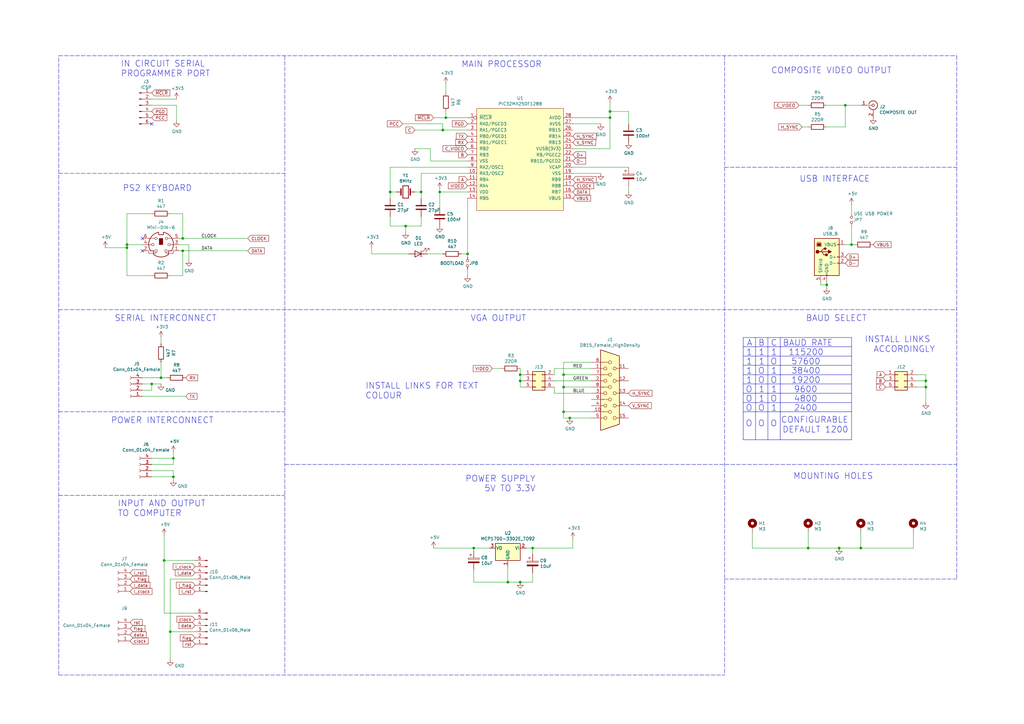
<source format=kicad_sch>
(kicad_sch (version 20211123) (generator eeschema)
  (paper "A3")
  (title_block (title "ASCII VIDEO TERMINAL") (date "2021-07-18") (rev "1.0") (company "Silicon Chip") (comment 1 "Desiged by Geoff Graham") (comment 2 "PCB by Gwyllym Suter") (comment 3 "Source code https://geoffg.net/terminal.html"))
  (lib_symbols
    (symbol "Connector:Conn_01x04_Female" (pin_names (offset 1.016) hide)
      (property "Reference" "J" (at 0 5.08 0))
      (property "Value" "Conn_01x04_Female" (at 0 -7.62 0))
      (symbol "Conn_01x04_Female_1_1"
        (pin passive line (at -5.08 2.54 0) (length 3.81) (name "Pin_1") (number "1"))
        (pin passive line (at -5.08 0 0) (length 3.81) (name "Pin_2") (number "2"))
        (pin passive line (at -5.08 -2.54 0) (length 3.81) (name "Pin_3") (number "3"))
        (pin passive line (at -5.08 -5.08 0) (length 3.81) (name "Pin_4") (number "4"))
      )
    )
    (symbol "Connector:Conn_01x06_Male" (pin_names (offset 1.016) hide)
      (property "Reference" "J" (at 0 7.62 0))
      (property "Value" "Conn_01x06_Male" (at 0 -10.16 0))
      (symbol "Conn_01x06_Male_1_1"
        (pin passive line (at 5.08 5.08 180) (length 3.81) (name "Pin_1") (number "1"))
        (pin passive line (at 5.08 2.54 180) (length 3.81) (name "Pin_2") (number "2"))
        (pin passive line (at 5.08 0 180) (length 3.81) (name "Pin_3") (number "3"))
        (pin passive line (at 5.08 -2.54 180) (length 3.81) (name "Pin_4") (number "4"))
        (pin passive line (at 5.08 -5.08 180) (length 3.81) (name "Pin_5") (number "5"))
        (pin passive line (at 5.08 -7.62 180) (length 3.81) (name "Pin_6") (number "6"))
      )
    )
    (symbol "Connector:Conn_Coaxial" (pin_names (offset 1.016) hide)
      (property "Reference" "J" (at 0.254 3.048 0))
      (property "Value" "Conn_Coaxial" (at 2.921 0 90))
      (symbol "Conn_Coaxial_1_1"
        (pin passive line (at -5.08 0 0) (length 2.54) (name "In") (number "1"))
        (pin passive line (at 0 -5.08 90) (length 2.54) (name "Ext") (number "2"))
      )
    )
    (symbol "Connector:DB15_Female_HighDensity" (pin_names (offset 1.016) hide)
      (property "Reference" "J" (at 0 21.59 0))
      (property "Value" "DB15_Female_HighDensity" (at 0 19.05 0))
      (symbol "DB15_Female_HighDensity_1_1"
        (pin passive line (at -7.62 10.16 0) (length 5.08) (name "~") (number "1"))
        (pin passive line (at -7.62 -7.62 0) (length 5.08) (name "~") (number "10"))
        (pin passive line (at 7.62 10.16 180) (length 5.08) (name "~") (number "11"))
        (pin passive line (at 7.62 5.08 180) (length 5.08) (name "~") (number "12"))
        (pin passive line (at 7.62 0 180) (length 5.08) (name "~") (number "13"))
        (pin passive line (at 7.62 -5.08 180) (length 5.08) (name "~") (number "14"))
        (pin passive line (at 7.62 -10.16 180) (length 5.08) (name "~") (number "15"))
        (pin passive line (at -7.62 5.08 0) (length 5.08) (name "~") (number "2"))
        (pin passive line (at -7.62 0 0) (length 5.08) (name "~") (number "3"))
        (pin passive line (at -7.62 -5.08 0) (length 5.08) (name "~") (number "4"))
        (pin passive line (at -7.62 -10.16 0) (length 5.08) (name "~") (number "5"))
        (pin passive line (at -7.62 12.7 0) (length 5.08) (name "~") (number "6"))
        (pin passive line (at -7.62 7.62 0) (length 5.08) (name "~") (number "7"))
        (pin passive line (at -7.62 2.54 0) (length 5.08) (name "~") (number "8"))
        (pin passive line (at -7.62 -2.54 0) (length 5.08) (name "~") (number "9"))
      )
    )
    (symbol "Connector:Mini-DIN-6" (pin_names (offset 1.016))
      (property "Reference" "J" (at 0 6.35 0))
      (property "Value" "Mini-DIN-6" (at 0 -6.35 0))
      (symbol "Mini-DIN-6_1_1"
        (pin passive line (at 7.62 -2.54 180) (length 2.54) (name "~") (number "1"))
        (pin passive line (at -7.62 -2.54 0) (length 2.54) (name "~") (number "2"))
        (pin passive line (at 7.62 0 180) (length 2.54) (name "~") (number "3"))
        (pin passive line (at -7.62 0 0) (length 2.54) (name "~") (number "4"))
        (pin passive line (at 7.62 2.54 180) (length 2.54) (name "~") (number "5"))
        (pin passive line (at -7.62 2.54 0) (length 2.54) (name "~") (number "6"))
      )
    )
    (symbol "Connector:USB_B" (pin_names (offset 1.016))
      (property "Reference" "J" (at -5.08 11.43 0))
      (property "Value" "USB_B" (at -5.08 8.89 0))
      (symbol "USB_B_1_1"
        (pin power_out line (at 7.62 5.08 180) (length 2.54) (name "VBUS") (number "1"))
        (pin bidirectional line (at 7.62 -2.54 180) (length 2.54) (name "D-") (number "2"))
        (pin bidirectional line (at 7.62 0 180) (length 2.54) (name "D+") (number "3"))
        (pin power_out line (at 0 -10.16 90) (length 2.54) (name "GND") (number "4"))
        (pin passive line (at -2.54 -10.16 90) (length 2.54) (name "Shield") (number "5"))
      )
    )
    (symbol "Connector_Generic:Conn_02x03_Odd_Even" (pin_names (offset 1.016) hide)
      (property "Reference" "J" (at 1.27 5.08 0))
      (property "Value" "Conn_02x03_Odd_Even" (at 1.27 -5.08 0))
      (symbol "Conn_02x03_Odd_Even_1_1"
        (pin passive line (at -5.08 2.54 0) (length 3.81) (name "Pin_1") (number "1"))
        (pin passive line (at 7.62 2.54 180) (length 3.81) (name "Pin_2") (number "2"))
        (pin passive line (at -5.08 0 0) (length 3.81) (name "Pin_3") (number "3"))
        (pin passive line (at 7.62 0 180) (length 3.81) (name "Pin_4") (number "4"))
        (pin passive line (at -5.08 -2.54 0) (length 3.81) (name "Pin_5") (number "5"))
        (pin passive line (at 7.62 -2.54 180) (length 3.81) (name "Pin_6") (number "6"))
      )
    )
    (symbol "Device:C" (pin_numbers hide) (pin_names (offset 0.254))
      (property "Reference" "C" (at 0.635 2.54 0))
      (property "Value" "C" (at 0.635 -2.54 0))
      (symbol "C_1_1"
        (pin passive line (at 0 3.81 270) (length 2.794) (name "~") (number "1"))
        (pin passive line (at 0 -3.81 90) (length 2.794) (name "~") (number "2"))
      )
    )
    (symbol "Device:Crystal" (pin_numbers hide) (pin_names (offset 1.016) hide)
      (property "Reference" "Y" (at 0 3.81 0))
      (property "Value" "Crystal" (at 0 -3.81 0))
      (symbol "Crystal_1_1"
        (pin passive line (at -3.81 0 0) (length 1.27) (name "1") (number "1"))
        (pin passive line (at 3.81 0 180) (length 1.27) (name "2") (number "2"))
      )
    )
    (symbol "Device:LED" (pin_numbers hide) (pin_names (offset 1.016) hide)
      (property "Reference" "D" (at 0 2.54 0))
      (property "Value" "LED" (at 0 -2.54 0))
      (symbol "LED_1_1"
        (pin passive line (at -3.81 0 0) (length 2.54) (name "K") (number "1"))
        (pin passive line (at 3.81 0 180) (length 2.54) (name "A") (number "2"))
      )
    )
    (symbol "Device:R" (pin_numbers hide) (pin_names (offset 0))
      (property "Reference" "R" (at 2.032 0 90))
      (property "Value" "R" (at 0 0 90))
      (symbol "R_1_1"
        (pin passive line (at 0 3.81 270) (length 1.27) (name "~") (number "1"))
        (pin passive line (at 0 -3.81 90) (length 1.27) (name "~") (number "2"))
      )
    )
    (symbol "Mechanical:MountingHole_Pad" (pin_numbers hide) (pin_names (offset 1.016) hide)
      (property "Reference" "H" (at 0 6.35 0))
      (property "Value" "MountingHole_Pad" (at 0 4.445 0))
      (symbol "MountingHole_Pad_1_1"
        (pin input line (at 0 -2.54 90) (length 2.54) (name "1") (number "1"))
      )
    )
    (symbol "Regulator_Linear:MCP1700-3302E_TO92" (pin_names (offset 0.254))
      (property "Reference" "U" (at -3.81 -3.175 0))
      (property "Value" "MCP1700-3302E_TO92" (at 0 -3.175 0))
      (symbol "MCP1700-3302E_TO92_1_1"
        (pin power_in line (at 0 7.62 270) (length 2.54) (name "GND") (number "1"))
        (pin power_in line (at -7.62 0 0) (length 2.54) (name "VI") (number "2"))
        (pin power_out line (at 7.62 0 180) (length 2.54) (name "VO") (number "3"))
      )
    )
    (symbol "Video-terminal--rescue:CP-Device" (pin_numbers hide) (pin_names (offset 0.254))
      (property "Reference" "C" (at 0.635 2.54 0))
      (property "Value" "CP-Device" (at 0.635 -2.54 0))
      (symbol "CP-Device_1_1"
        (pin passive line (at 0 3.81 270) (length 2.794) (name "~") (number "1"))
        (pin passive line (at 0 -3.81 90) (length 2.794) (name "~") (number "2"))
      )
    )
    (symbol "Video-terminal--rescue:Jumper_NO_Small-Device" (pin_numbers hide) (pin_names (offset 0.762) hide)
      (property "Reference" "JP" (at 0 2.032 0))
      (property "Value" "Jumper_NO_Small-Device" (at 0.254 -1.524 0))
      (symbol "Jumper_NO_Small-Device_0_1"
        (pin passive line (at -2.54 0 0) (length 1.016) (name "1") (number "1"))
        (pin passive line (at 2.54 0 180) (length 1.016) (name "2") (number "2"))
      )
    )
    (symbol "Video-terminal--rescue:PIC32MX250F128B-EDUC-8" (pin_names (offset 1.016))
      (property "Reference" "U" (at 0 0 0))
      (property "Value" "PIC32MX250F128B-EDUC-8" (at -11.43 21.59 0))
      (symbol "PIC32MX250F128B-EDUC-8_1_1"
        (pin input inverted (at -21.59 16.51 0) (length 3.81) (name "~{MCLR}") (number "1"))
        (pin input line (at -21.59 -6.35 0) (length 3.81) (name "RA3/OSC2") (number "10"))
        (pin input line (at -21.59 -8.89 0) (length 3.81) (name "RB4") (number "11"))
        (pin input line (at -21.59 -11.43 0) (length 3.81) (name "RA4") (number "12"))
        (pin input line (at -21.59 -13.97 0) (length 3.81) (name "VDD") (number "13"))
        (pin input line (at -21.59 -16.51 0) (length 3.81) (name "RB5") (number "14"))
        (pin input line (at 21.59 -16.51 180) (length 3.81) (name "VBUS") (number "15"))
        (pin input line (at 21.59 -13.97 180) (length 3.81) (name "RB7") (number "16"))
        (pin input line (at 21.59 -11.43 180) (length 3.81) (name "RB8") (number "17"))
        (pin input line (at 21.59 -8.89 180) (length 3.81) (name "RB9") (number "18"))
        (pin input line (at 21.59 -6.35 180) (length 3.81) (name "VSS") (number "19"))
        (pin input line (at -21.59 13.97 0) (length 3.81) (name "RA0/PGED3") (number "2"))
        (pin input line (at 21.59 -3.81 180) (length 3.81) (name "VCAP") (number "20"))
        (pin input line (at 21.59 -1.27 180) (length 3.81) (name "RB10/PGED2") (number "21"))
        (pin input line (at 21.59 1.27 180) (length 3.81) (name "RB/PGEC2") (number "22"))
        (pin input line (at 21.59 3.81 180) (length 3.81) (name "VUSB(3V3)") (number "23"))
        (pin input line (at 21.59 6.35 180) (length 3.81) (name "RB13") (number "24"))
        (pin input line (at 21.59 8.89 180) (length 3.81) (name "RB14") (number "25"))
        (pin input line (at 21.59 11.43 180) (length 3.81) (name "RB15") (number "26"))
        (pin input line (at 21.59 13.97 180) (length 3.81) (name "AVSS") (number "27"))
        (pin input line (at 21.59 16.51 180) (length 3.81) (name "AVDD") (number "28"))
        (pin input line (at -21.59 11.43 0) (length 3.81) (name "RA1/PGEC3") (number "3"))
        (pin input line (at -21.59 8.89 0) (length 3.81) (name "RB0/PGED1") (number "4"))
        (pin input line (at -21.59 6.35 0) (length 3.81) (name "RB1/PGEC1") (number "5"))
        (pin input line (at -21.59 3.81 0) (length 3.81) (name "RB2") (number "6"))
        (pin input line (at -21.59 1.27 0) (length 3.81) (name "RB3") (number "7"))
        (pin input line (at -21.59 -1.27 0) (length 3.81) (name "VSS") (number "8"))
        (pin input line (at -21.59 -3.81 0) (length 3.81) (name "RA2/OSC1") (number "9"))
      )
    )
    (symbol "power:+3.3V" (power) (pin_names (offset 0))
      (property "Value" "+3.3V" (at 0 3.556 0))
      (symbol "+3.3V_1_1"
        (pin power_in line (at 0 0 90) (length 0) hide (name "+3V3") (number "1"))
      )
    )
    (symbol "power:+5V" (power) (pin_names (offset 0))
      (property "Value" "+5V" (at 0 3.556 0))
      (symbol "+5V_1_1"
        (pin power_in line (at 0 0 90) (length 0) hide (name "+5V") (number "1"))
      )
    )
    (symbol "power:GND" (power) (pin_names (offset 0))
      (property "Value" "GND" (at 0 -3.81 0))
      (symbol "GND_1_1"
        (pin power_in line (at 0 0 270) (length 0) hide (name "GND") (number "1"))
      )
    )
  )
  (junction (at 250.19 48.26))
  (junction (at 191.77 104.14))
  (junction (at 233.68 171.45))
  (junction (at 250.19 45.72))
  (junction (at 181.61 53.34))
  (junction (at 339.09 116.84))
  (junction (at 71.12 195.58))
  (junction (at 231.14 158.75))
  (junction (at 182.88 48.26))
  (junction (at 67.31 229.87))
  (junction (at 346.71 43.18))
  (junction (at 160.02 78.74))
  (junction (at 52.07 101.6))
  (junction (at 62.23 157.48))
  (junction (at 180.34 78.74))
  (junction (at 74.93 97.79))
  (junction (at 166.37 92.71))
  (junction (at 74.93 102.87))
  (junction (at 379.73 158.75))
  (junction (at 52.07 100.33))
  (junction (at 231.14 168.91))
  (junction (at 213.36 153.67))
  (junction (at 379.73 156.21))
  (junction (at 66.04 154.94))
  (junction (at 218.44 224.79))
  (junction (at 231.14 153.67))
  (junction (at 331.47 224.79))
  (junction (at 172.72 78.74))
  (junction (at 213.36 156.21))
  (junction (at 71.12 187.96))
  (junction (at 344.17 224.79))
  (junction (at 353.06 224.79))
  (junction (at 194.31 224.79))
  (junction (at 349.25 100.33))
  (junction (at 213.36 238.76))
  (junction (at 69.85 259.08))
  (junction (at 208.28 238.76))
  (no_connect (at 62.23 50.8))
  (no_connect (at 58.42 102.87))
  (no_connect (at 58.42 97.79))
  (wire (pts (xy 182.88 45.72) (xy 182.88 48.26)))
  (wire (pts (xy 62.23 160.02) (xy 58.42 160.02)))
  (polyline (pts (xy 304.8 146.05) (xy 349.25 146.05)) (stroke (width 0) (type solid)))
  (wire (pts (xy 191.77 71.12) (xy 172.72 71.12)))
  (wire (pts (xy 62.23 195.58) (xy 71.12 195.58)))
  (wire (pts (xy 62.23 193.04) (xy 71.12 193.04)))
  (wire (pts (xy 246.38 71.12) (xy 234.95 71.12)))
  (polyline (pts (xy 392.43 237.49) (xy 297.18 237.49)))
  (wire (pts (xy 52.07 101.6) (xy 52.07 100.33)))
  (wire (pts (xy 328.93 52.07) (xy 331.47 52.07)))
  (polyline (pts (xy 304.8 138.43) (xy 304.8 180.34)) (stroke (width 0) (type solid)))
  (wire (pts (xy 180.34 78.74) (xy 180.34 85.09)))
  (polyline (pts (xy 304.8 165.1) (xy 349.25 165.1)) (stroke (width 0) (type solid)))
  (wire (pts (xy 166.37 95.25) (xy 166.37 92.71)))
  (wire (pts (xy 67.31 251.46) (xy 80.01 251.46)))
  (polyline (pts (xy 304.8 168.91) (xy 349.25 168.91)) (stroke (width 0) (type solid)))
  (wire (pts (xy 160.02 68.58) (xy 160.02 78.74)))
  (wire (pts (xy 227.33 161.29) (xy 242.57 161.29)))
  (wire (pts (xy 66.04 138.43) (xy 66.04 140.97)))
  (wire (pts (xy 181.61 50.8) (xy 181.61 53.34)))
  (wire (pts (xy 191.77 68.58) (xy 160.02 68.58)))
  (wire (pts (xy 80.01 237.49) (xy 69.85 237.49)))
  (wire (pts (xy 76.2 162.56) (xy 58.42 162.56)))
  (wire (pts (xy 191.77 81.28) (xy 191.77 104.14)))
  (wire (pts (xy 227.33 151.13) (xy 242.57 151.13)))
  (wire (pts (xy 375.92 158.75) (xy 379.73 158.75)))
  (polyline (pts (xy 297.18 68.58) (xy 392.43 68.58)))
  (polyline (pts (xy 304.8 149.86) (xy 349.25 149.86)) (stroke (width 0) (type solid)))
  (wire (pts (xy 172.72 78.74) (xy 172.72 81.28)))
  (wire (pts (xy 66.04 148.59) (xy 66.04 154.94)))
  (wire (pts (xy 201.93 151.13) (xy 205.74 151.13)))
  (wire (pts (xy 375.92 153.67) (xy 379.73 153.67)))
  (wire (pts (xy 69.85 87.63) (xy 74.93 87.63)))
  (wire (pts (xy 327.66 43.18) (xy 331.47 43.18)))
  (polyline (pts (xy 116.84 190.5) (xy 392.43 190.5)))
  (wire (pts (xy 213.36 158.75) (xy 214.63 158.75)))
  (polyline (pts (xy 24.13 276.86) (xy 24.13 22.86)))
  (wire (pts (xy 69.85 259.08) (xy 69.85 270.51)))
  (wire (pts (xy 231.14 148.59) (xy 242.57 148.59)))
  (wire (pts (xy 74.93 102.87) (xy 73.66 102.87)))
  (polyline (pts (xy 24.13 127) (xy 392.43 127)))
  (wire (pts (xy 67.31 229.87) (xy 67.31 251.46)))
  (wire (pts (xy 375.92 156.21) (xy 379.73 156.21)))
  (wire (pts (xy 191.77 110.49) (xy 191.77 113.03)))
  (wire (pts (xy 62.23 113.03) (xy 52.07 113.03)))
  (wire (pts (xy 52.07 101.6) (xy 43.18 101.6)))
  (wire (pts (xy 74.93 97.79) (xy 101.6 97.79)))
  (wire (pts (xy 165.1 50.8) (xy 181.61 50.8)))
  (wire (pts (xy 74.93 87.63) (xy 74.93 97.79)))
  (wire (pts (xy 69.85 259.08) (xy 80.01 259.08)))
  (wire (pts (xy 234.95 68.58) (xy 257.81 68.58)))
  (wire (pts (xy 62.23 87.63) (xy 52.07 87.63)))
  (wire (pts (xy 250.19 60.96) (xy 234.95 60.96)))
  (polyline (pts (xy 309.88 138.43) (xy 309.88 180.34)) (stroke (width 0) (type solid)))
  (wire (pts (xy 208.28 232.41) (xy 208.28 238.76)))
  (wire (pts (xy 213.36 156.21) (xy 213.36 158.75)))
  (wire (pts (xy 77.47 100.33) (xy 77.47 106.68)))
  (wire (pts (xy 71.12 195.58) (xy 71.12 196.85)))
  (wire (pts (xy 331.47 218.44) (xy 331.47 224.79)))
  (wire (pts (xy 227.33 156.21) (xy 242.57 156.21)))
  (wire (pts (xy 346.71 43.18) (xy 353.06 43.18)))
  (wire (pts (xy 58.42 157.48) (xy 62.23 157.48)))
  (wire (pts (xy 308.61 224.79) (xy 331.47 224.79)))
  (polyline (pts (xy 392.43 22.86) (xy 392.43 237.49)))
  (wire (pts (xy 191.77 78.74) (xy 180.34 78.74)))
  (wire (pts (xy 160.02 78.74) (xy 162.56 78.74)))
  (wire (pts (xy 176.53 66.04) (xy 176.53 60.96)))
  (wire (pts (xy 73.66 100.33) (xy 77.47 100.33)))
  (wire (pts (xy 66.04 154.94) (xy 68.58 154.94)))
  (wire (pts (xy 191.77 66.04) (xy 176.53 66.04)))
  (wire (pts (xy 242.57 158.75) (xy 231.14 158.75)))
  (wire (pts (xy 62.23 157.48) (xy 66.04 157.48)))
  (wire (pts (xy 71.12 190.5) (xy 71.12 187.96)))
  (wire (pts (xy 67.31 229.87) (xy 80.01 229.87)))
  (wire (pts (xy 250.19 45.72) (xy 257.81 45.72)))
  (wire (pts (xy 250.19 45.72) (xy 250.19 48.26)))
  (wire (pts (xy 246.38 50.8) (xy 234.95 50.8)))
  (wire (pts (xy 344.17 224.79) (xy 353.06 224.79)))
  (wire (pts (xy 194.31 226.06) (xy 194.31 224.79)))
  (wire (pts (xy 257.81 45.72) (xy 257.81 50.8)))
  (wire (pts (xy 176.53 60.96) (xy 170.18 60.96)))
  (wire (pts (xy 74.93 97.79) (xy 73.66 97.79)))
  (polyline (pts (xy 24.13 203.2) (xy 116.84 203.2)))
  (wire (pts (xy 194.31 233.68) (xy 194.31 238.76)))
  (wire (pts (xy 182.88 34.29) (xy 182.88 38.1)))
  (polyline (pts (xy 349.25 138.43) (xy 349.25 180.34)) (stroke (width 0) (type solid)))
  (wire (pts (xy 160.02 78.74) (xy 160.02 81.28)))
  (wire (pts (xy 349.25 100.33) (xy 350.52 100.33)))
  (wire (pts (xy 62.23 40.64) (xy 72.39 40.64)))
  (wire (pts (xy 234.95 220.98) (xy 234.95 224.79)))
  (wire (pts (xy 172.72 78.74) (xy 170.18 78.74)))
  (wire (pts (xy 170.18 53.34) (xy 181.61 53.34)))
  (wire (pts (xy 177.8 224.79) (xy 194.31 224.79)))
  (wire (pts (xy 242.57 153.67) (xy 231.14 153.67)))
  (wire (pts (xy 336.55 115.57) (xy 336.55 116.84)))
  (polyline (pts (xy 320.04 138.43) (xy 320.04 180.34)) (stroke (width 0) (type solid)))
  (wire (pts (xy 250.19 41.91) (xy 250.19 45.72)))
  (polyline (pts (xy 304.8 157.48) (xy 349.25 157.48)) (stroke (width 0) (type solid)))
  (wire (pts (xy 181.61 53.34) (xy 191.77 53.34)))
  (wire (pts (xy 62.23 43.18) (xy 72.39 43.18)))
  (wire (pts (xy 67.31 219.456) (xy 67.31 229.87)))
  (wire (pts (xy 257.81 76.2) (xy 257.81 78.74)))
  (wire (pts (xy 189.23 104.14) (xy 191.77 104.14)))
  (wire (pts (xy 69.85 237.49) (xy 69.85 259.08)))
  (wire (pts (xy 214.63 153.67) (xy 213.36 153.67)))
  (wire (pts (xy 160.02 88.9) (xy 160.02 92.71)))
  (wire (pts (xy 62.23 157.48) (xy 62.23 160.02)))
  (wire (pts (xy 331.47 224.79) (xy 344.17 224.79)))
  (wire (pts (xy 191.77 104.14) (xy 191.77 105.41)))
  (wire (pts (xy 72.39 43.18) (xy 72.39 49.53)))
  (polyline (pts (xy 304.8 153.67) (xy 349.25 153.67)) (stroke (width 0) (type solid)))
  (wire (pts (xy 231.14 168.91) (xy 231.14 158.75)))
  (wire (pts (xy 349.25 92.71) (xy 349.25 100.33)))
  (wire (pts (xy 181.61 104.14) (xy 175.26 104.14)))
  (wire (pts (xy 172.72 71.12) (xy 172.72 78.74)))
  (wire (pts (xy 74.93 102.87) (xy 101.6 102.87)))
  (wire (pts (xy 180.34 78.74) (xy 180.34 77.47)))
  (wire (pts (xy 374.65 224.79) (xy 374.65 218.44)))
  (wire (pts (xy 242.57 171.45) (xy 233.68 171.45)))
  (wire (pts (xy 208.28 238.76) (xy 213.36 238.76)))
  (wire (pts (xy 166.37 92.71) (xy 172.72 92.71)))
  (wire (pts (xy 194.31 238.76) (xy 208.28 238.76)))
  (wire (pts (xy 218.44 234.95) (xy 218.44 238.76)))
  (wire (pts (xy 218.44 224.79) (xy 215.9 224.79)))
  (wire (pts (xy 346.71 100.33) (xy 349.25 100.33)))
  (wire (pts (xy 339.09 52.07) (xy 346.71 52.07)))
  (wire (pts (xy 339.09 115.57) (xy 339.09 116.84)))
  (wire (pts (xy 379.73 156.21) (xy 379.73 158.75)))
  (wire (pts (xy 213.36 151.13) (xy 213.36 153.67)))
  (wire (pts (xy 152.4 101.6) (xy 152.4 104.14)))
  (wire (pts (xy 71.12 187.96) (xy 71.12 185.42)))
  (wire (pts (xy 182.88 48.26) (xy 177.8 48.26)))
  (wire (pts (xy 62.23 187.96) (xy 71.12 187.96)))
  (wire (pts (xy 218.44 224.79) (xy 234.95 224.79)))
  (wire (pts (xy 152.4 104.14) (xy 167.64 104.14)))
  (polyline (pts (xy 24.13 276.86) (xy 297.18 276.86)))
  (wire (pts (xy 227.33 151.13) (xy 227.33 153.67)))
  (polyline (pts (xy 304.8 161.29) (xy 349.25 161.29)) (stroke (width 0) (type solid)))
  (wire (pts (xy 353.06 218.44) (xy 353.06 224.79)))
  (wire (pts (xy 218.44 227.33) (xy 218.44 224.79)))
  (wire (pts (xy 172.72 92.71) (xy 172.72 88.9)))
  (wire (pts (xy 227.33 161.29) (xy 227.33 158.75)))
  (wire (pts (xy 66.04 154.94) (xy 58.42 154.94)))
  (polyline (pts (xy 24.13 71.12) (xy 116.84 71.12)))
  (wire (pts (xy 52.07 113.03) (xy 52.07 101.6)))
  (wire (pts (xy 214.63 156.21) (xy 213.36 156.21)))
  (wire (pts (xy 231.14 153.67) (xy 231.14 148.59)))
  (wire (pts (xy 379.73 153.67) (xy 379.73 156.21)))
  (wire (pts (xy 52.07 87.63) (xy 52.07 100.33)))
  (wire (pts (xy 233.68 171.45) (xy 231.14 171.45)))
  (wire (pts (xy 231.14 171.45) (xy 231.14 168.91)))
  (polyline (pts (xy 304.8 180.34) (xy 349.25 180.34)) (stroke (width 0) (type solid)))
  (wire (pts (xy 336.55 116.84) (xy 339.09 116.84)))
  (polyline (pts (xy 24.13 22.86) (xy 392.43 22.86)))
  (wire (pts (xy 242.57 168.91) (xy 231.14 168.91)))
  (polyline (pts (xy 116.84 22.86) (xy 116.84 276.86)))
  (wire (pts (xy 213.36 153.67) (xy 213.36 156.21)))
  (wire (pts (xy 71.12 193.04) (xy 71.12 195.58)))
  (polyline (pts (xy 24.13 168.91) (xy 116.84 168.91)))
  (wire (pts (xy 231.14 158.75) (xy 231.14 153.67)))
  (wire (pts (xy 379.73 158.75) (xy 379.73 165.1)))
  (wire (pts (xy 74.93 113.03) (xy 74.93 102.87)))
  (wire (pts (xy 308.61 218.44) (xy 308.61 224.79)))
  (wire (pts (xy 194.31 224.79) (xy 200.66 224.79)))
  (wire (pts (xy 339.09 43.18) (xy 346.71 43.18)))
  (wire (pts (xy 69.85 113.03) (xy 74.93 113.03)))
  (wire (pts (xy 213.36 238.76) (xy 218.44 238.76)))
  (wire (pts (xy 62.23 190.5) (xy 71.12 190.5)))
  (wire (pts (xy 349.25 87.63) (xy 349.25 83.82)))
  (wire (pts (xy 160.02 92.71) (xy 166.37 92.71)))
  (polyline (pts (xy 304.8 138.43) (xy 349.25 138.43)) (stroke (width 0) (type solid)))
  (wire (pts (xy 353.06 224.79) (xy 374.65 224.79)))
  (polyline (pts (xy 297.18 22.86) (xy 297.18 276.86)))
  (wire (pts (xy 182.88 48.26) (xy 191.77 48.26)))
  (wire (pts (xy 250.19 48.26) (xy 250.19 60.96)))
  (wire (pts (xy 339.09 116.84) (xy 339.09 118.11)))
  (wire (pts (xy 346.71 52.07) (xy 346.71 43.18)))
  (polyline (pts (xy 314.96 138.43) (xy 314.96 180.34)) (stroke (width 0) (type solid)))
  (wire (pts (xy 52.07 100.33) (xy 58.42 100.33)))
  (polyline (pts (xy 304.8 142.24) (xy 349.25 142.24)) (stroke (width 0) (type solid)))
  (wire (pts (xy 234.95 48.26) (xy 250.19 48.26)))
  (text "MAIN PROCESSOR" (at 222.25 27.94 180) (effects (font (size 2.4892 2.4892)) (justify right bottom)))
  (text "O" (at 313.69 153.67 180) (effects (font (size 2.4892 2.4892)) (justify right bottom)))
  (text "O" (at 308.61 168.91 180) (effects (font (size 2.4892 2.4892)) (justify right bottom)))
  (text "1" (at 313.69 161.29 180) (effects (font (size 2.4892 2.4892)) (justify right bottom)))
  (text "BAUD SELECT" (at 355.6 132.08 180) (effects (font (size 2.4892 2.4892)) (justify right bottom)))
  (text "O" (at 318.77 165.1 180) (effects (font (size 2.4892 2.4892)) (justify right bottom)))
  (text "O" (at 313.69 168.91 180) (effects (font (size 2.4892 2.4892)) (justify right bottom)))
  (text "O" (at 308.61 165.1 180) (effects (font (size 2.4892 2.4892)) (justify right bottom)))
  (text "38400" (at 336.55 153.67 180) (effects (font (size 2.4892 2.4892)) (justify right bottom)))
  (text "1" (at 313.69 149.86 180) (effects (font (size 2.4892 2.4892)) (justify right bottom)))
  (text "115200" (at 337.82 146.05 180) (effects (font (size 2.4892 2.4892)) (justify right bottom)))
  (text "1" (at 308.61 149.86 180) (effects (font (size 2.4892 2.4892)) (justify right bottom)))
  (text "4800" (at 335.28 165.1 180) (effects (font (size 2.4892 2.4892)) (justify right bottom)))
  (text "COMPOSITE VIDEO OUTPUT" (at 365.76 30.48 180) (effects (font (size 2.4892 2.4892)) (justify right bottom)))
  (text "INSTALL LINKS \nACCORDINGLY" (at 383.54 144.78 180) (effects (font (size 2.4892 2.4892)) (justify right bottom)))
  (text "1" (at 318.77 161.29 180) (effects (font (size 2.4892 2.4892)) (justify right bottom)))
  (text "A" (at 308.61 142.24 180) (effects (font (size 2.4892 2.4892)) (justify right bottom)))
  (text "1" (at 318.77 146.05 180) (effects (font (size 2.4892 2.4892)) (justify right bottom)))
  (text "1" (at 318.77 153.67 180) (effects (font (size 2.4892 2.4892)) (justify right bottom)))
  (text "9600" (at 335.28 161.29 180) (effects (font (size 2.4892 2.4892)) (justify right bottom)))
  (text "2400" (at 335.28 168.91 180) (effects (font (size 2.4892 2.4892)) (justify right bottom)))
  (text "B" (at 313.69 142.24 180) (effects (font (size 2.4892 2.4892)) (justify right bottom)))
  (text "IN CIRCUIT SERIAL \nPROGRAMMER PORT" (at 49.53 31.75 0) (effects (font (size 2.4892 2.4892)) (justify left bottom)))
  (text "O" (at 318.77 149.86 180) (effects (font (size 2.4892 2.4892)) (justify right bottom)))
  (text "INSTALL LINKS FOR TEXT \nCOLOUR  \n" (at 149.86 163.83 0) (effects (font (size 2.4892 2.4892)) (justify left bottom)))
  (text "O" (at 313.69 157.48 180) (effects (font (size 2.4892 2.4892)) (justify right bottom)))
  (text "O" (at 318.77 175.26 180) (effects (font (size 2.4892 2.4892)) (justify right bottom)))
  (text "POWER SUPPLY\n5V TO 3.3V" (at 219.71 201.93 180) (effects (font (size 2.4892 2.4892)) (justify right bottom)))
  (text "1" (at 308.61 153.67 180) (effects (font (size 2.4892 2.4892)) (justify right bottom)))
  (text "SERIAL INTERCONNECT" (at 88.9 132.08 180) (effects (font (size 2.4892 2.4892)) (justify right bottom)))
  (text "POWER INTERCONNECT" (at 87.63 173.99 180) (effects (font (size 2.4892 2.4892)) (justify right bottom)))
  (text "O" (at 308.61 161.29 180) (effects (font (size 2.4892 2.4892)) (justify right bottom)))
  (text "USB INTERFACE" (at 356.87 74.93 180) (effects (font (size 2.4892 2.4892)) (justify right bottom)))
  (text "1" (at 308.61 157.48 180) (effects (font (size 2.4892 2.4892)) (justify right bottom)))
  (text "19200" (at 336.55 157.48 180) (effects (font (size 2.4892 2.4892)) (justify right bottom)))
  (text "1" (at 313.69 165.1 180) (effects (font (size 2.4892 2.4892)) (justify right bottom)))
  (text "1" (at 313.69 146.05 180) (effects (font (size 2.4892 2.4892)) (justify right bottom)))
  (text "C" (at 318.77 142.24 180) (effects (font (size 2.4892 2.4892)) (justify right bottom)))
  (text "57600" (at 336.55 149.86 180) (effects (font (size 2.4892 2.4892)) (justify right bottom)))
  (text "O" (at 308.61 175.26 180) (effects (font (size 2.4892 2.4892)) (justify right bottom)))
  (text "PS2 KEYBOARD" (at 78.74 78.74 180) (effects (font (size 2.4892 2.4892)) (justify right bottom)))
  (text "INPUT AND OUTPUT\nTO COMPUTER" (at 48.26 212.09 0) (effects (font (size 2.4892 2.4892)) (justify left bottom)))
  (text "MOUNTING HOLES\n" (at 358.14 196.85 180) (effects (font (size 2.4892 2.4892)) (justify right bottom)))
  (text "O" (at 313.69 175.26 180) (effects (font (size 2.4892 2.4892)) (justify right bottom)))
  (text "CONFIGURABLE\nDEFAULT 1200" (at 347.98 177.8 180) (effects (font (size 2.4892 2.4892)) (justify right bottom)))
  (text "VGA OUTPUT" (at 215.9 132.08 180) (effects (font (size 2.4892 2.4892)) (justify right bottom)))
  (text "1" (at 318.77 168.91 180) (effects (font (size 2.4892 2.4892)) (justify right bottom)))
  (text "1" (at 308.61 146.05 180) (effects (font (size 2.4892 2.4892)) (justify right bottom)))
  (text "BAUD RATE" (at 341.63 142.24 180) (effects (font (size 2.4892 2.4892)) (justify right bottom)))
  (text "O" (at 318.77 157.48 180) (effects (font (size 2.4892 2.4892)) (justify right bottom)))
  (label "CLOCK" (at 82.55 97.79 0))
  (label "GREEN" (at 234.95 156.21 0))
  (label "RED" (at 234.95 151.13 0))
  (label "DATA" (at 82.55 102.87 0))
  (label "BLUE" (at 234.95 161.29 0))
  (global_label "RX" (shape input) (at 76.2 154.94 0) (property "Intersheet References" "${INTERSHEET_REFS}" (effects hide)))
  (global_label "I_data" (shape input) (at 53.34 240.03 0) (property "Intersheet References" "${INTERSHEET_REFS}" (effects hide)))
  (global_label "I_flag" (shape input) (at 53.34 237.49 0) (property "Intersheet References" "${INTERSHEET_REFS}" (effects hide)))
  (global_label "A" (shape input) (at 363.22 153.67 180) (property "Intersheet References" "${INTERSHEET_REFS}" (effects hide)))
  (global_label "H_SYNC" (shape input) (at 328.93 52.07 180) (property "Intersheet References" "${INTERSHEET_REFS}" (effects hide)))
  (global_label "C_VIDEO" (shape input) (at 327.66 43.18 180) (property "Intersheet References" "${INTERSHEET_REFS}" (effects hide)))
  (global_label "C_VIDEO" (shape input) (at 191.77 60.96 180) (property "Intersheet References" "${INTERSHEET_REFS}" (effects hide)))
  (global_label "DATA" (shape input) (at 101.6 102.87 0) (property "Intersheet References" "${INTERSHEET_REFS}" (effects hide)))
  (global_label "I_flag" (shape input) (at 80.01 240.03 180) (property "Intersheet References" "${INTERSHEET_REFS}" (effects hide)))
  (global_label "rst" (shape input) (at 53.34 255.27 0) (property "Intersheet References" "${INTERSHEET_REFS}" (effects hide)))
  (global_label "CLOCK" (shape input) (at 234.95 76.2 0) (property "Intersheet References" "${INTERSHEET_REFS}" (effects hide)))
  (global_label "B" (shape input) (at 191.77 63.5 180) (property "Intersheet References" "${INTERSHEET_REFS}" (effects hide)))
  (global_label "I_clock" (shape input) (at 53.34 242.57 0) (property "Intersheet References" "${INTERSHEET_REFS}" (effects hide)))
  (global_label "clock" (shape input) (at 53.34 262.89 0) (property "Intersheet References" "${INTERSHEET_REFS}" (effects hide)))
  (global_label "TX" (shape input) (at 76.2 162.56 0) (property "Intersheet References" "${INTERSHEET_REFS}" (effects hide)))
  (global_label "data" (shape input) (at 53.34 260.35 0) (property "Intersheet References" "${INTERSHEET_REFS}" (effects hide)))
  (global_label "RX" (shape input) (at 191.77 58.42 180) (property "Intersheet References" "${INTERSHEET_REFS}" (effects hide)))
  (global_label "I_rst" (shape input) (at 80.01 242.57 180) (property "Intersheet References" "${INTERSHEET_REFS}" (effects hide)))
  (global_label "TX" (shape input) (at 191.77 55.88 180) (property "Intersheet References" "${INTERSHEET_REFS}" (effects hide)))
  (global_label "A" (shape input) (at 191.77 73.66 180) (property "Intersheet References" "${INTERSHEET_REFS}" (effects hide)))
  (global_label "~{MCLR}" (shape input) (at 62.23 38.1 0) (property "Intersheet References" "${INTERSHEET_REFS}" (effects hide)))
  (global_label "D-" (shape input) (at 234.95 66.04 0) (property "Intersheet References" "${INTERSHEET_REFS}" (effects hide)))
  (global_label "I_data" (shape input) (at 80.01 234.95 180) (property "Intersheet References" "${INTERSHEET_REFS}" (effects hide)))
  (global_label "data" (shape input) (at 80.01 256.54 180) (property "Intersheet References" "${INTERSHEET_REFS}" (effects hide)))
  (global_label "B" (shape input) (at 363.22 156.21 180) (property "Intersheet References" "${INTERSHEET_REFS}" (effects hide)))
  (global_label "VIDEO" (shape input) (at 201.93 151.13 180) (property "Intersheet References" "${INTERSHEET_REFS}" (effects hide)))
  (global_label "I_clock" (shape input) (at 80.01 232.41 180) (property "Intersheet References" "${INTERSHEET_REFS}" (effects hide)))
  (global_label "CLOCK" (shape input) (at 101.6 97.79 0) (property "Intersheet References" "${INTERSHEET_REFS}" (effects hide)))
  (global_label "H_SYNC" (shape input) (at 234.95 55.88 0) (property "Intersheet References" "${INTERSHEET_REFS}" (effects hide)))
  (global_label "PGD" (shape input) (at 191.77 50.8 180) (property "Intersheet References" "${INTERSHEET_REFS}" (effects hide)))
  (global_label "flag" (shape input) (at 80.01 261.62 180) (property "Intersheet References" "${INTERSHEET_REFS}" (effects hide)))
  (global_label "I_rst" (shape input) (at 53.34 234.95 0) (property "Intersheet References" "${INTERSHEET_REFS}" (effects hide)))
  (global_label "V_SYNC" (shape input) (at 257.81 166.37 0) (property "Intersheet References" "${INTERSHEET_REFS}" (effects hide)))
  (global_label "C" (shape input) (at 363.22 158.75 180) (property "Intersheet References" "${INTERSHEET_REFS}" (effects hide)))
  (global_label "VBUS" (shape input) (at 234.95 81.28 0) (property "Intersheet References" "${INTERSHEET_REFS}" (effects hide)))
  (global_label "C" (shape input) (at 170.18 53.34 180) (property "Intersheet References" "${INTERSHEET_REFS}" (effects hide)))
  (global_label "PGD" (shape input) (at 62.23 45.72 0) (property "Intersheet References" "${INTERSHEET_REFS}" (effects hide)))
  (global_label "H_SYNC" (shape input) (at 257.81 161.29 0) (property "Intersheet References" "${INTERSHEET_REFS}" (effects hide)))
  (global_label "rst" (shape input) (at 80.01 264.16 180) (property "Intersheet References" "${INTERSHEET_REFS}" (effects hide)))
  (global_label "D+" (shape input) (at 234.95 63.5 0) (property "Intersheet References" "${INTERSHEET_REFS}" (effects hide)))
  (global_label "~{MCLR}" (shape input) (at 177.8 48.26 180) (property "Intersheet References" "${INTERSHEET_REFS}" (effects hide)))
  (global_label "H_SYNC" (shape input) (at 234.95 73.66 0) (property "Intersheet References" "${INTERSHEET_REFS}" (effects hide)))
  (global_label "flag" (shape input) (at 53.34 257.81 0) (property "Intersheet References" "${INTERSHEET_REFS}" (effects hide)))
  (global_label "VBUS" (shape input) (at 358.14 100.33 0) (property "Intersheet References" "${INTERSHEET_REFS}" (effects hide)))
  (global_label "clock" (shape input) (at 80.01 254 180) (property "Intersheet References" "${INTERSHEET_REFS}" (effects hide)))
  (global_label "VIDEO" (shape input) (at 191.77 76.2 180) (property "Intersheet References" "${INTERSHEET_REFS}" (effects hide)))
  (global_label "PCC" (shape input) (at 165.1 50.8 180) (property "Intersheet References" "${INTERSHEET_REFS}" (effects hide)))
  (global_label "D-" (shape input) (at 346.71 107.95 0) (property "Intersheet References" "${INTERSHEET_REFS}" (effects hide)))
  (global_label "PCC" (shape input) (at 62.23 48.26 0) (property "Intersheet References" "${INTERSHEET_REFS}" (effects hide)))
  (global_label "DATA" (shape input) (at 234.95 78.74 0) (property "Intersheet References" "${INTERSHEET_REFS}" (effects hide)))
  (global_label "D+" (shape input) (at 346.71 105.41 0) (property "Intersheet References" "${INTERSHEET_REFS}" (effects hide)))
  (global_label "V_SYNC" (shape input) (at 234.95 58.42 0) (property "Intersheet References" "${INTERSHEET_REFS}" (effects hide)))
  (symbol (lib_id "Video-terminal--rescue:PIC32MX250F128B-EDUC-8") (at 213.36 64.77 0) (unit 1)
    (property "Reference" "U1" (at 213.36 40.259 0))
    (property "Value" "PIC32MX250F128B" (at 213.36 42.5704 0))
    (property "Footprint" "Package_DIP:DIP-28_W7.62mm" (effects hide))
  )
  (symbol (lib_id "Device:R") (at 209.55 151.13 270) (unit 1)
    (property "Reference" "R3" (at 209.55 145.8722 90))
    (property "Value" "22OR" (at 209.55 148.1836 90))
    (property "Footprint" "Resistor_THT:R_Axial_DIN0207_L6.3mm_D2.5mm_P10.16mm_Horizontal" (effects hide))
  )
  (symbol (lib_id "Connector:Conn_Coaxial") (at 358.14 43.18 0) (unit 1)
    (property "Reference" "J2" (at 360.68 43.815 0) (effects (justify left)))
    (property "Value" "COMPOSITE OUT" (at 360.68 46.1264 0) (effects (justify left)))
    (property "Footprint" "Connector_Coaxial:BNC_Amphenol_031-6575_Horizontal" (effects hide))
    (property "Datasheet" " ~" (effects hide))
  )
  (symbol (lib_id "Device:R") (at 335.28 43.18 270) (unit 1)
    (property "Reference" "R4" (at 335.28 37.9222 90))
    (property "Value" "22OR" (at 335.28 40.2336 90))
    (property "Footprint" "Resistor_THT:R_Axial_DIN0207_L6.3mm_D2.5mm_P10.16mm_Horizontal" (effects hide))
  )
  (symbol (lib_id "Device:R") (at 335.28 52.07 270) (unit 1)
    (property "Reference" "R5" (at 335.28 46.8122 90))
    (property "Value" "22OR" (at 335.28 49.1236 90))
    (property "Footprint" "Resistor_THT:R_Axial_DIN0207_L6.3mm_D2.5mm_P10.16mm_Horizontal" (effects hide))
  )
  (symbol (lib_id "Connector:Conn_01x06_Male") (at 57.15 43.18 0) (unit 1)
    (property "Reference" "J3" (at 59.8932 33.5026 0))
    (property "Value" "ICSP" (at 59.8932 35.814 0))
    (property "Footprint" "Connector_PinHeader_2.54mm:PinHeader_1x06_P2.54mm_Vertical" (effects hide))
  )
  (symbol (lib_id "Device:R") (at 182.88 41.91 180) (unit 1)
    (property "Reference" "R6" (at 188.1378 41.91 90))
    (property "Value" "4k7" (at 185.8264 41.91 90))
    (property "Footprint" "Resistor_THT:R_Axial_DIN0207_L6.3mm_D2.5mm_P10.16mm_Horizontal" (effects hide))
  )
  (symbol (lib_id "power:+3.3V") (at 182.88 34.29 0) (unit 1)
    (property "Reference" "#PWR0103" (effects hide))
    (property "Value" "+3.3V" (at 183.261 29.8958 0))
  )
  (symbol (lib_id "power:+3.3V") (at 72.39 40.64 0) (unit 1)
    (property "Reference" "#PWR0104" (effects hide))
    (property "Value" "+3.3V" (at 72.771 36.2458 0))
  )
  (symbol (lib_id "power:GND") (at 72.39 49.53 0) (unit 1)
    (property "Reference" "#PWR0105" (effects hide))
    (property "Value" "GND" (at 72.517 53.9242 0))
  )
  (symbol (lib_id "power:GND") (at 379.73 165.1 0) (unit 1)
    (property "Reference" "#PWR0106" (effects hide))
    (property "Value" "GND" (at 379.857 169.4942 0))
  )
  (symbol (lib_id "power:GND") (at 358.14 48.26 0) (unit 1)
    (property "Reference" "#PWR0107" (effects hide))
    (property "Value" "GND" (at 358.267 52.6542 0))
  )
  (symbol (lib_id "Device:R") (at 66.04 113.03 270) (unit 1)
    (property "Reference" "R2" (at 66.04 107.7722 90))
    (property "Value" "4k7" (at 66.04 110.0836 90))
    (property "Footprint" "Resistor_THT:R_Axial_DIN0207_L6.3mm_D2.5mm_P10.16mm_Horizontal" (effects hide))
  )
  (symbol (lib_id "Connector:Conn_01x04_Female") (at 53.34 160.02 180) (unit 1)
    (property "Reference" "J5" (at 56.0832 149.225 0))
    (property "Value" "Conn_01x04_Female" (at 56.0832 151.5364 0))
    (property "Footprint" "Connector_PinSocket_2.54mm:PinSocket_1x04_P2.54mm_Vertical" (effects hide))
  )
  (symbol (lib_id "Device:R") (at 72.39 154.94 270) (unit 1)
    (property "Reference" "R8" (at 72.39 149.6822 90))
    (property "Value" "4k7" (at 72.39 151.9936 90))
    (property "Footprint" "Resistor_THT:R_Axial_DIN0207_L6.3mm_D2.5mm_P10.16mm_Horizontal" (effects hide))
  )
  (symbol (lib_id "Device:R") (at 66.04 144.78 180) (unit 1)
    (property "Reference" "R7" (at 71.2978 144.78 90))
    (property "Value" "4k7" (at 68.9864 144.78 90))
    (property "Footprint" "Resistor_THT:R_Axial_DIN0207_L6.3mm_D2.5mm_P10.16mm_Horizontal" (effects hide))
  )
  (symbol (lib_id "power:+3.3V") (at 66.04 138.43 0) (unit 1)
    (property "Reference" "#PWR0108" (effects hide))
    (property "Value" "+3.3V" (at 66.421 134.0358 0))
  )
  (symbol (lib_id "power:GND") (at 66.04 157.48 0) (unit 1)
    (property "Reference" "#PWR0109" (effects hide))
    (property "Value" "GND" (at 69.85 160.02 0))
  )
  (symbol (lib_id "Device:Crystal") (at 166.37 78.74 0) (unit 1)
    (property "Reference" "Y1" (at 166.37 71.9328 0))
    (property "Value" "8MHz" (at 166.37 74.2442 0))
    (property "Footprint" "Crystal:Crystal_HC49-4H_Vertical" (effects hide))
  )
  (symbol (lib_id "Device:C") (at 160.02 85.09 0) (mirror y) (unit 1)
    (property "Reference" "C1" (at 162.941 83.9216 0) (effects (justify right)))
    (property "Value" "27pF" (at 162.941 86.233 0) (effects (justify right)))
    (property "Footprint" "Capacitor_THT:C_Disc_D4.3mm_W1.9mm_P5.00mm" (effects hide))
  )
  (symbol (lib_id "Device:C") (at 172.72 85.09 0) (unit 1)
    (property "Reference" "C2" (at 175.641 83.9216 0) (effects (justify left)))
    (property "Value" "27pF" (at 175.641 86.233 0) (effects (justify left)))
    (property "Footprint" "Capacitor_THT:C_Disc_D4.3mm_W1.9mm_P5.00mm" (effects hide))
  )
  (symbol (lib_id "power:GND") (at 166.37 95.25 0) (unit 1)
    (property "Reference" "#PWR0110" (effects hide))
    (property "Value" "GND" (at 166.497 99.6442 0))
  )
  (symbol (lib_id "Mechanical:MountingHole_Pad") (at 308.61 215.9 0) (unit 1)
    (property "Reference" "H1" (at 311.15 214.6554 0) (effects (justify left)))
    (property "Value" "M3" (at 311.15 216.9668 0) (effects (justify left)))
    (property "Footprint" "MountingHole:MountingHole_3.2mm_M3_Pad_Via" (effects hide))
  )
  (symbol (lib_id "Mechanical:MountingHole_Pad") (at 331.47 215.9 0) (unit 1)
    (property "Reference" "H2" (at 334.01 214.6554 0) (effects (justify left)))
    (property "Value" "M3" (at 334.01 216.9668 0) (effects (justify left)))
    (property "Footprint" "MountingHole:MountingHole_3.2mm_M3_Pad_Via" (effects hide))
  )
  (symbol (lib_id "Mechanical:MountingHole_Pad") (at 353.06 215.9 0) (unit 1)
    (property "Reference" "H3" (at 355.6 214.6554 0) (effects (justify left)))
    (property "Value" "M3" (at 355.6 216.9668 0) (effects (justify left)))
    (property "Footprint" "MountingHole:MountingHole_3.2mm_M3_Pad_Via" (effects hide))
  )
  (symbol (lib_id "Mechanical:MountingHole_Pad") (at 374.65 215.9 0) (unit 1)
    (property "Reference" "H4" (at 377.19 214.6554 0) (effects (justify left)))
    (property "Value" "M3" (at 377.19 216.9668 0) (effects (justify left)))
    (property "Footprint" "MountingHole:MountingHole_3.2mm_M3_Pad_Via" (effects hide))
  )
  (symbol (lib_id "power:GND") (at 344.17 224.79 0) (unit 1)
    (property "Reference" "#PWR0111" (effects hide))
    (property "Value" "GND" (at 344.297 229.1842 0))
  )
  (symbol (lib_id "Connector:Conn_01x04_Female") (at 57.15 193.04 180) (unit 1)
    (property "Reference" "J6" (at 59.8932 182.245 0))
    (property "Value" "Conn_01x04_Female" (at 59.8932 184.5564 0))
    (property "Footprint" "Connector_PinSocket_2.54mm:PinSocket_1x04_P2.54mm_Vertical" (effects hide))
  )
  (symbol (lib_id "power:GND") (at 71.12 196.85 0) (unit 1)
    (property "Reference" "#PWR0112" (effects hide))
    (property "Value" "GND" (at 74.93 199.39 0))
  )
  (symbol (lib_id "power:+5V") (at 71.12 185.42 0) (unit 1)
    (property "Reference" "#PWR0113" (effects hide))
    (property "Value" "+5V" (at 71.501 181.0258 0))
  )
  (symbol (lib_id "Connector:Conn_01x04_Female") (at 48.26 240.03 180) (unit 1)
    (property "Reference" "J7" (at 51.0032 229.235 0))
    (property "Value" "Conn_01x04_Female" (at 51.0032 231.5464 0))
    (property "Footprint" "Connector_PinSocket_2.54mm:PinSocket_1x04_P2.54mm_Vertical" (effects hide))
  )
  (symbol (lib_id "power:+3.3V") (at 250.19 41.91 0) (unit 1)
    (property "Reference" "#PWR0114" (effects hide))
    (property "Value" "+3.3V" (at 250.571 37.5158 0))
  )
  (symbol (lib_id "power:+3.3V") (at 180.34 77.47 0) (unit 1)
    (property "Reference" "#PWR0115" (effects hide))
    (property "Value" "+3.3V" (at 180.721 73.0758 0))
  )
  (symbol (lib_id "Video-terminal--rescue:CP-Device") (at 257.81 72.39 0) (unit 1)
    (property "Reference" "C4" (at 260.8072 71.2216 0) (effects (justify left)))
    (property "Value" "10uf" (at 260.8072 73.533 0) (effects (justify left)))
    (property "Footprint" "Capacitor_THT:CP_Radial_D5.0mm_P2.50mm" (effects hide))
  )
  (symbol (lib_id "power:GND") (at 257.81 78.74 0) (unit 1)
    (property "Reference" "#PWR0116" (effects hide))
    (property "Value" "GND" (at 257.937 83.1342 0))
  )
  (symbol (lib_id "Device:C") (at 257.81 54.61 0) (unit 1)
    (property "Reference" "C3" (at 260.731 53.4416 0) (effects (justify left)))
    (property "Value" "100nf" (at 260.731 55.753 0) (effects (justify left)))
    (property "Footprint" "Capacitor_THT:C_Rect_L7.0mm_W3.5mm_P5.00mm" (effects hide))
  )
  (symbol (lib_id "power:GND") (at 257.81 58.42 0) (unit 1)
    (property "Reference" "#PWR0117" (effects hide))
    (property "Value" "GND" (at 257.937 62.8142 0))
  )
  (symbol (lib_id "power:GND") (at 180.34 92.71 0) (unit 1)
    (property "Reference" "#PWR0118" (effects hide))
    (property "Value" "GND" (at 180.467 97.1042 0))
  )
  (symbol (lib_id "Device:C") (at 180.34 88.9 0) (unit 1)
    (property "Reference" "C5" (at 183.261 87.7316 0) (effects (justify left)))
    (property "Value" "100nf" (at 183.261 90.043 0) (effects (justify left)))
    (property "Footprint" "Capacitor_THT:C_Rect_L7.0mm_W3.5mm_P5.00mm" (effects hide))
  )
  (symbol (lib_id "power:GND") (at 246.38 50.8 0) (unit 1)
    (property "Reference" "#PWR0119" (effects hide))
    (property "Value" "GND" (at 246.507 55.1942 0))
  )
  (symbol (lib_id "power:GND") (at 246.38 71.12 0) (unit 1)
    (property "Reference" "#PWR0120" (effects hide))
    (property "Value" "GND" (at 246.507 75.5142 0))
  )
  (symbol (lib_id "power:GND") (at 170.18 60.96 0) (unit 1)
    (property "Reference" "#PWR0121" (effects hide))
    (property "Value" "GND" (at 170.307 65.3542 0))
  )
  (symbol (lib_id "Regulator_Linear:MCP1700-3302E_TO92") (at 208.28 224.79 180) (unit 1)
    (property "Reference" "U2" (at 208.28 218.6432 0))
    (property "Value" "MCP1700-3302E_TO92" (at 208.28 220.9546 0))
    (property "Footprint" "Package_TO_SOT_THT:TO-92_Inline_Wide" (effects hide))
    (property "Datasheet" "http://ww1.microchip.com/downloads/en/DeviceDoc/20001826D.pdf" (effects hide))
  )
  (symbol (lib_id "power:+3.3V") (at 234.95 220.98 0) (unit 1)
    (property "Reference" "#PWR0122" (effects hide))
    (property "Value" "+3.3V" (at 235.331 216.5858 0))
  )
  (symbol (lib_id "power:+5V") (at 177.8 224.79 0) (unit 1)
    (property "Reference" "#PWR0123" (effects hide))
    (property "Value" "+5V" (at 178.181 220.3958 0))
  )
  (symbol (lib_id "power:GND") (at 213.36 238.76 0) (unit 1)
    (property "Reference" "#PWR0124" (effects hide))
    (property "Value" "GND" (at 213.487 243.1542 0))
  )
  (symbol (lib_id "Connector:USB_B") (at 339.09 105.41 0) (unit 1)
    (property "Reference" "J8" (at 340.5378 93.5482 0))
    (property "Value" "USB_B" (at 340.5378 95.8596 0))
    (property "Footprint" "Connector_USB:USB_B_Lumberg_2411_02_Horizontal" (effects hide))
    (property "Datasheet" " ~" (effects hide))
  )
  (symbol (lib_id "Device:R") (at 354.33 100.33 270) (unit 1)
    (property "Reference" "R9" (at 354.33 95.0722 90))
    (property "Value" "4k7" (at 354.33 97.3836 90))
    (property "Footprint" "Resistor_THT:R_Axial_DIN0207_L6.3mm_D2.5mm_P10.16mm_Horizontal" (effects hide))
  )
  (symbol (lib_id "Video-terminal--rescue:Jumper_NO_Small-Device") (at 349.25 90.17 270) (unit 1)
    (property "Reference" "JP7" (at 351.79 90.17 90))
    (property "Value" "USE USB POWER" (at 358.14 87.63 90))
    (property "Footprint" "Connector_PinHeader_2.54mm:PinHeader_2x01_P2.54mm_Vertical" (effects hide))
  )
  (symbol (lib_id "power:+5V") (at 349.25 83.82 0) (unit 1)
    (property "Reference" "#PWR0125" (effects hide))
    (property "Value" "+5V" (at 349.631 79.4258 0))
  )
  (symbol (lib_id "Video-terminal--rescue:Jumper_NO_Small-Device") (at 191.77 107.95 270) (unit 1)
    (property "Reference" "JP8" (at 194.31 107.95 90))
    (property "Value" "BOOTLOAD" (at 185.42 107.95 90))
    (property "Footprint" "Connector_PinHeader_2.54mm:PinHeader_2x01_P2.54mm_Vertical" (effects hide))
  )
  (symbol (lib_id "power:GND") (at 191.77 113.03 0) (unit 1)
    (property "Reference" "#PWR0126" (effects hide))
    (property "Value" "GND" (at 191.897 117.4242 0))
  )
  (symbol (lib_id "Device:R") (at 185.42 104.14 270) (unit 1)
    (property "Reference" "R10" (at 185.42 98.8822 90))
    (property "Value" "4k7" (at 185.42 101.1936 90))
    (property "Footprint" "Resistor_THT:R_Axial_DIN0207_L6.3mm_D2.5mm_P10.16mm_Horizontal" (effects hide))
  )
  (symbol (lib_id "Device:LED") (at 171.45 104.14 180) (unit 1)
    (property "Reference" "D1" (at 171.6278 97.663 0))
    (property "Value" "LED" (at 171.6278 99.9744 0))
    (property "Footprint" "LED_THT:LED_D5.0mm_Horizontal_O1.27mm_Z3.0mm" (effects hide))
  )
  (symbol (lib_id "power:+3.3V") (at 152.4 101.6 0) (unit 1)
    (property "Reference" "#PWR0127" (effects hide))
    (property "Value" "+3.3V" (at 152.781 97.2058 0))
  )
  (symbol (lib_id "Connector:Conn_01x04_Female") (at 48.26 260.35 180) (unit 1)
    (property "Reference" "J9" (at 51.0032 249.555 0))
    (property "Value" "Conn_01x04_Female" (at 35.56 256.54 0))
    (property "Footprint" "Connector_PinSocket_2.54mm:PinSocket_1x04_P2.54mm_Vertical" (effects hide))
  )
  (symbol (lib_id "power:GND") (at 339.09 118.11 0) (unit 1)
    (property "Reference" "#PWR0128" (effects hide))
    (property "Value" "GND" (at 339.217 122.5042 0))
  )
  (symbol (lib_id "power:GND") (at 233.68 171.45 0) (unit 1)
    (property "Reference" "#PWR0129" (effects hide))
    (property "Value" "GND" (at 233.807 175.8442 0))
  )
  (symbol (lib_id "Connector:Conn_01x06_Male") (at 85.09 237.49 180) (unit 1)
    (property "Reference" "J10" (at 85.8012 234.4928 0) (effects (justify right)))
    (property "Value" "Conn_01x06_Male" (at 85.8012 236.8042 0) (effects (justify right)))
    (property "Footprint" "Connector_Molex:Molex_KK-254_AE-6410-06A_1x06_P2.54mm_Vertical" (effects hide))
  )
  (symbol (lib_id "Connector:Conn_01x06_Male") (at 85.09 259.08 180) (unit 1)
    (property "Reference" "J11" (at 85.8012 256.0828 0) (effects (justify right)))
    (property "Value" "Conn_01x06_Male" (at 85.8012 258.3942 0) (effects (justify right)))
    (property "Footprint" "Connector_Molex:Molex_KK-254_AE-6410-06A_1x06_P2.54mm_Vertical" (effects hide))
  )
  (symbol (lib_id "power:+5V") (at 67.31 219.456 0) (unit 1)
    (property "Reference" "#PWR0130" (effects hide))
    (property "Value" "+5V" (at 67.691 215.0618 0))
  )
  (symbol (lib_id "power:GND") (at 69.85 270.51 0) (unit 1)
    (property "Reference" "#PWR0131" (effects hide))
    (property "Value" "GND" (at 73.66 273.05 0))
  )
  (symbol (lib_id "Video-terminal--rescue:CP-Device") (at 218.44 231.14 0) (unit 1)
    (property "Reference" "C9" (at 221.4372 229.9716 0) (effects (justify left)))
    (property "Value" "10uF" (at 221.4372 232.283 0) (effects (justify left)))
    (property "Footprint" "Capacitor_THT:CP_Radial_D6.3mm_P2.50mm" (effects hide))
  )
  (symbol (lib_id "Video-terminal--rescue:CP-Device") (at 194.31 229.87 0) (unit 1)
    (property "Reference" "C8" (at 197.3072 228.7016 0) (effects (justify left)))
    (property "Value" "10uF" (at 197.3072 231.013 0) (effects (justify left)))
    (property "Footprint" "Capacitor_THT:CP_Radial_D6.3mm_P2.50mm" (effects hide))
  )
  (symbol (lib_id "Connector_Generic:Conn_02x03_Odd_Even") (at 368.3 156.21 0) (unit 1)
    (property "Reference" "J12" (at 369.57 150.495 0))
    (property "Value" "Conn_02x03_Odd_Even" (effects hide))
    (property "Footprint" "Connector_PinHeader_2.54mm:PinHeader_2x03_P2.54mm_Vertical" (effects hide))
  )
  (symbol (lib_id "Connector_Generic:Conn_02x03_Odd_Even") (at 219.71 156.21 0) (unit 1)
    (property "Reference" "J13" (at 220.98 150.495 0))
    (property "Value" "Conn_02x03_Odd_Even" (effects hide))
    (property "Footprint" "Connector_PinHeader_2.54mm:PinHeader_2x03_P2.54mm_Vertical" (effects hide))
  )
  (symbol (lib_id "Connector:Mini-DIN-6") (at 66.04 100.33 0) (unit 1)
    (property "Reference" "J4" (at 66.04 91.0082 0))
    (property "Value" "Mini-DIN-6" (at 66.04 93.3196 0))
    (property "Footprint" "Altronics:6_pin_mini_din" (effects hide))
    (property "Datasheet" "http://service.powerdynamics.com/ec/Catalog17/Section%2011.pdf" (effects hide))
  )
  (symbol (lib_id "power:GND") (at 77.47 106.68 0) (unit 1)
    (property "Reference" "#PWR0101" (effects hide))
    (property "Value" "GND" (at 77.597 111.0742 0))
  )
  (symbol (lib_id "Device:R") (at 66.04 87.63 270) (unit 1)
    (property "Reference" "R1" (at 66.04 82.3722 90))
    (property "Value" "4k7" (at 66.04 84.6836 90))
    (property "Footprint" "Resistor_THT:R_Axial_DIN0207_L6.3mm_D2.5mm_P10.16mm_Horizontal" (effects hide))
  )
  (symbol (lib_id "power:+5V") (at 43.18 101.6 0) (unit 1)
    (property "Reference" "#PWR0102" (effects hide))
    (property "Value" "+5V" (at 43.561 97.2058 0))
  )
  (symbol (lib_id "Connector:DB15_Female_HighDensity") (at 250.19 161.29 0) (unit 1)
    (property "Reference" "J1" (at 250.19 139.2682 0))
    (property "Value" "DB15_Female_HighDensity" (at 250.19 141.5796 0))
    (property "Footprint" "Connector_Dsub:DSUB-15-HD_Female_Horizontal_P2.29x1.98mm_EdgePinOffset3.03mm_Housed_MountingHolesOffset4.94mm" (effects hide))
    (property "Datasheet" " ~" (effects hide))
  )
)
</source>
